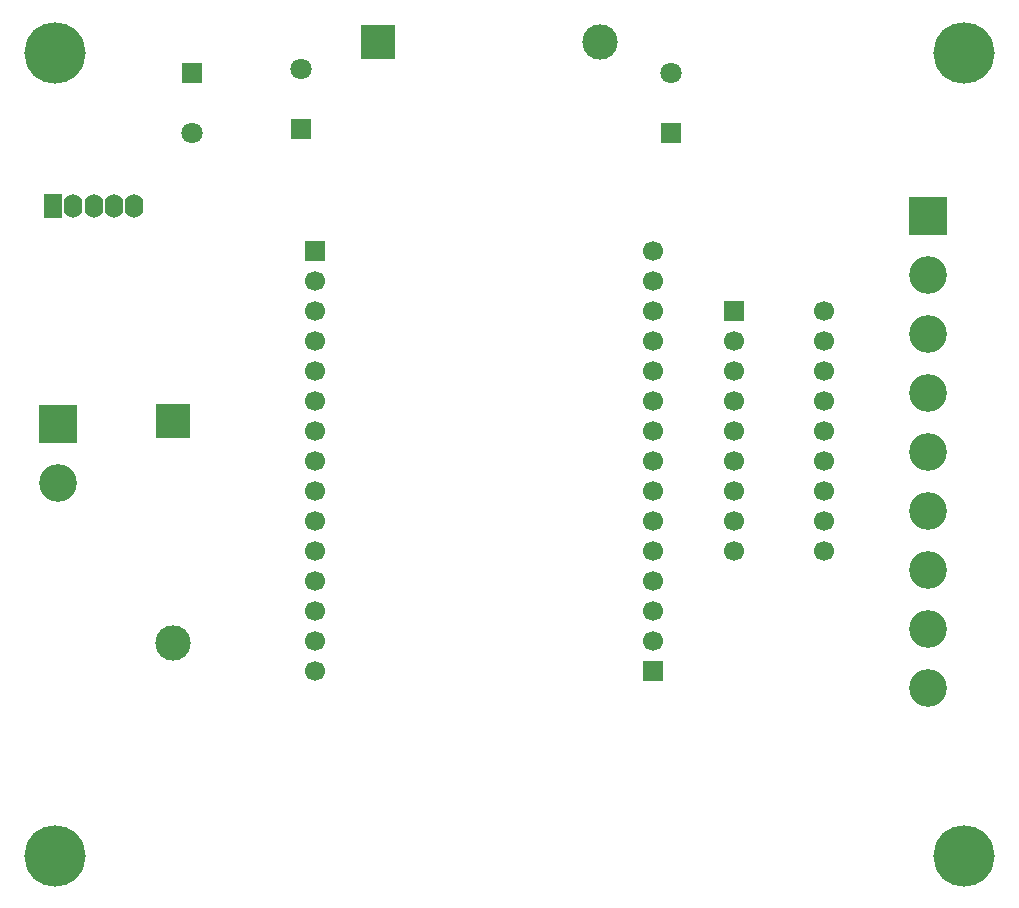
<source format=gbr>
G04 DipTrace 3.3.0.1*
G04 BottomMask.gbr*
%MOIN*%
G04 #@! TF.FileFunction,Soldermask,Bot*
G04 #@! TF.Part,Single*
%ADD26R,0.11811X0.11811*%
%ADD27C,0.11811*%
%ADD38C,0.204724*%
%ADD40O,0.062992X0.07874*%
%ADD42R,0.062992X0.07874*%
%ADD44C,0.125984*%
%ADD45R,0.125984X0.125984*%
%ADD46C,0.066929*%
%ADD48R,0.066929X0.066929*%
%ADD52R,0.070866X0.070866*%
%ADD54C,0.070866*%
%FSLAX26Y26*%
G04*
G70*
G90*
G75*
G01*
G04 BotMask*
%LPD*%
D54*
X1428555Y3209573D3*
D52*
Y3009573D3*
D54*
X2662512Y3197843D3*
D52*
Y2997843D3*
D26*
X1003786Y2036629D3*
D27*
Y1294896D3*
D26*
X1685490Y3298882D3*
D27*
X2427222D3*
D48*
X1475383Y2601997D3*
D46*
Y2501997D3*
Y2401997D3*
Y2301997D3*
Y2201997D3*
Y2101997D3*
Y2001997D3*
Y1901997D3*
Y1801997D3*
Y1701997D3*
Y1601997D3*
Y1501997D3*
Y1401997D3*
Y1301997D3*
Y1201997D3*
D48*
X2604228Y1201421D3*
D46*
Y1301421D3*
Y1401421D3*
Y1501421D3*
Y1601421D3*
Y1701421D3*
Y1801421D3*
Y1901421D3*
Y2001421D3*
Y2101421D3*
Y2201421D3*
Y2301421D3*
Y2401421D3*
Y2501421D3*
Y2601421D3*
D45*
X618134Y2027444D3*
D44*
Y1830593D3*
D54*
X1067571Y2997929D3*
D52*
Y3197929D3*
D42*
X603327Y2754509D3*
D40*
X670650D3*
X737972D3*
X805295D3*
X872618D3*
D45*
X3520404Y2720903D3*
D44*
Y2524052D3*
Y2327202D3*
Y2130352D3*
Y1933501D3*
Y1736651D3*
Y1539801D3*
Y1342950D3*
Y1146100D3*
D38*
X609269Y587377D3*
X3640765Y3264542D3*
X609269D3*
X3640765Y587377D3*
D48*
X2873199Y2401445D3*
D46*
Y2301445D3*
Y2201445D3*
Y2101445D3*
Y2001445D3*
Y1901445D3*
Y1801445D3*
Y1701445D3*
Y1601445D3*
X3173199D3*
Y1701445D3*
Y1801445D3*
Y1901445D3*
Y2001445D3*
Y2101445D3*
Y2201445D3*
Y2301445D3*
Y2401445D3*
M02*

</source>
